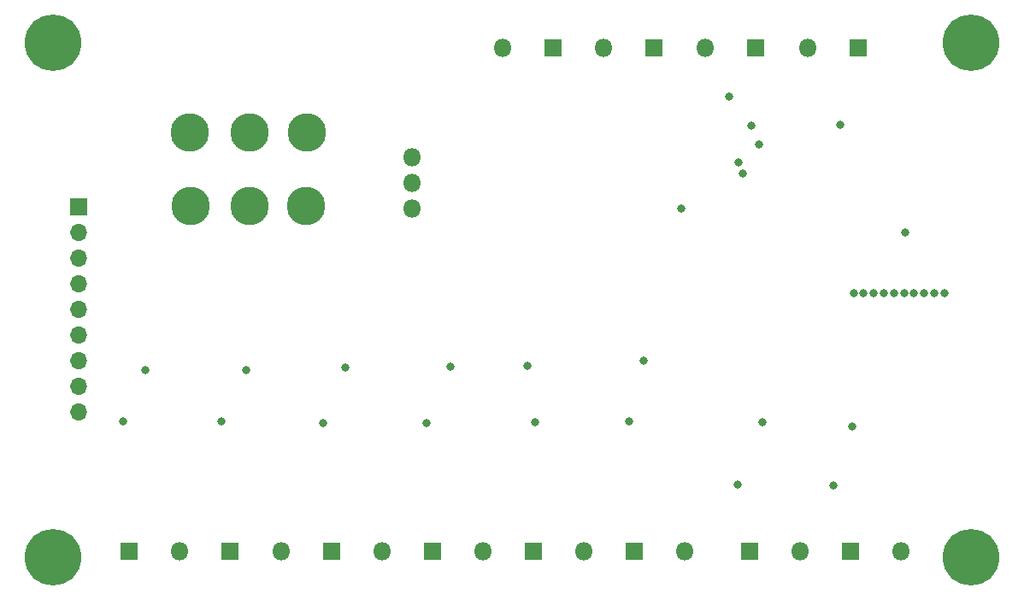
<source format=gbr>
%TF.GenerationSoftware,KiCad,Pcbnew,(6.0.5)*%
%TF.CreationDate,2022-10-19T12:43:17-05:00*%
%TF.ProjectId,powerPCB,706f7765-7250-4434-922e-6b696361645f,rev?*%
%TF.SameCoordinates,Original*%
%TF.FileFunction,Soldermask,Bot*%
%TF.FilePolarity,Negative*%
%FSLAX46Y46*%
G04 Gerber Fmt 4.6, Leading zero omitted, Abs format (unit mm)*
G04 Created by KiCad (PCBNEW (6.0.5)) date 2022-10-19 12:43:17*
%MOMM*%
%LPD*%
G01*
G04 APERTURE LIST*
%ADD10C,5.600000*%
%ADD11C,3.800000*%
%ADD12R,1.800000X1.800000*%
%ADD13O,1.800000X1.800000*%
%ADD14R,1.700000X1.700000*%
%ADD15O,1.700000X1.700000*%
%ADD16C,0.800000*%
G04 APERTURE END LIST*
D10*
%TO.C,H9*%
X84900000Y-49000000D03*
%TD*%
D11*
%TO.C,H5*%
X110100000Y-57900000D03*
%TD*%
D12*
%TO.C,J10*%
X122500000Y-99400000D03*
D13*
X127500000Y-99400000D03*
%TD*%
%TO.C,J3*%
X149500000Y-49500000D03*
D12*
X154500000Y-49500000D03*
%TD*%
%TO.C,J7*%
X153900000Y-99400000D03*
D13*
X158900000Y-99400000D03*
%TD*%
D12*
%TO.C,J1*%
X92500000Y-99400000D03*
D13*
X97500000Y-99400000D03*
%TD*%
D11*
%TO.C,H6*%
X104400000Y-57900000D03*
%TD*%
D10*
%TO.C,H10*%
X175900000Y-100000000D03*
%TD*%
D13*
%TO.C,J4*%
X159700000Y-49500000D03*
D12*
X164700000Y-49500000D03*
%TD*%
D11*
%TO.C,H2*%
X98600000Y-65200000D03*
%TD*%
D12*
%TO.C,J6*%
X102500000Y-99400000D03*
D13*
X107500000Y-99400000D03*
%TD*%
D12*
%TO.C,J9*%
X163900000Y-99400000D03*
D13*
X168900000Y-99400000D03*
%TD*%
D12*
%TO.C,J13*%
X142500000Y-99390000D03*
D13*
X147500000Y-99390000D03*
%TD*%
D12*
%TO.C,J11*%
X132500000Y-99400000D03*
D13*
X137500000Y-99400000D03*
%TD*%
D11*
%TO.C,H3*%
X110000000Y-65200000D03*
%TD*%
D14*
%TO.C,J5*%
X87450000Y-65250000D03*
D15*
X87450000Y-67790000D03*
X87450000Y-70330000D03*
X87450000Y-72870000D03*
X87450000Y-75410000D03*
X87450000Y-77950000D03*
X87450000Y-80490000D03*
X87450000Y-83030000D03*
X87450000Y-85570000D03*
%TD*%
D10*
%TO.C,H8*%
X84900000Y-100000000D03*
%TD*%
D11*
%TO.C,H1*%
X104400000Y-65200000D03*
%TD*%
D13*
%TO.C,SW1*%
X120500000Y-65440000D03*
X120500000Y-62900000D03*
X120500000Y-60360000D03*
%TD*%
D10*
%TO.C,H7*%
X175900000Y-49000000D03*
%TD*%
D11*
%TO.C,H4*%
X98500000Y-57900000D03*
%TD*%
D12*
%TO.C,J8*%
X112500000Y-99400000D03*
D13*
X117500000Y-99400000D03*
%TD*%
%TO.C,J2*%
X139472500Y-49487500D03*
D12*
X144472500Y-49487500D03*
%TD*%
D13*
%TO.C,J12*%
X129482500Y-49497500D03*
D12*
X134482500Y-49497500D03*
%TD*%
D16*
X151880000Y-54360000D03*
X121912500Y-86700000D03*
X101600000Y-86500000D03*
X153220000Y-61940000D03*
X152830000Y-60850000D03*
X91900000Y-86500000D03*
X111712500Y-86700000D03*
X142000000Y-86500000D03*
X132712500Y-86600000D03*
X147130000Y-65450000D03*
X152712500Y-92800000D03*
X162212500Y-92900000D03*
X162930000Y-57150000D03*
X169330000Y-67850000D03*
X166230000Y-73850000D03*
X170230000Y-73850000D03*
X171230000Y-73850000D03*
X168230000Y-73850000D03*
X169230000Y-73850000D03*
X173230000Y-73850000D03*
X172230000Y-73850000D03*
X167230000Y-73850000D03*
X165230000Y-73850000D03*
X164230000Y-73850000D03*
X154828999Y-59075263D03*
X154100000Y-57210000D03*
X94100000Y-81400000D03*
X104100000Y-81400000D03*
X113900000Y-81200000D03*
X124300000Y-81100000D03*
X131900000Y-81000000D03*
X155200000Y-86600000D03*
X164100000Y-87000000D03*
X143400000Y-80500000D03*
M02*

</source>
